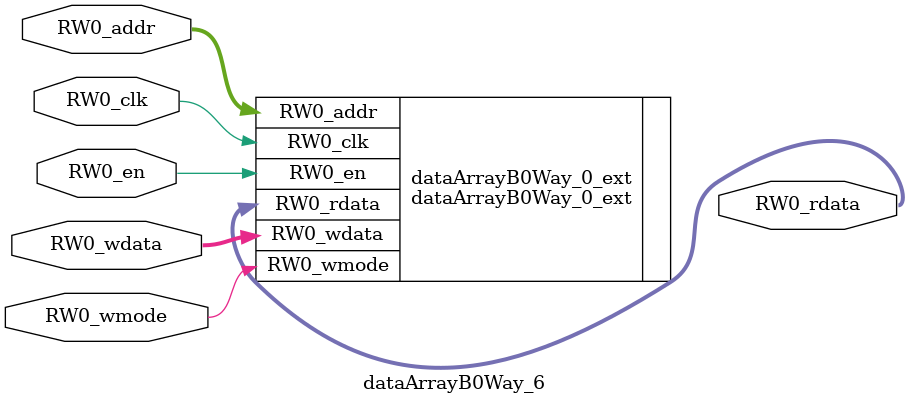
<source format=sv>
`ifndef RANDOMIZE
  `ifdef RANDOMIZE_REG_INIT
    `define RANDOMIZE
  `endif // RANDOMIZE_REG_INIT
`endif // not def RANDOMIZE
`ifndef RANDOMIZE
  `ifdef RANDOMIZE_MEM_INIT
    `define RANDOMIZE
  `endif // RANDOMIZE_MEM_INIT
`endif // not def RANDOMIZE

`ifndef RANDOM
  `define RANDOM $random
`endif // not def RANDOM

// Users can define 'PRINTF_COND' to add an extra gate to prints.
`ifndef PRINTF_COND_
  `ifdef PRINTF_COND
    `define PRINTF_COND_ (`PRINTF_COND)
  `else  // PRINTF_COND
    `define PRINTF_COND_ 1
  `endif // PRINTF_COND
`endif // not def PRINTF_COND_

// Users can define 'ASSERT_VERBOSE_COND' to add an extra gate to assert error printing.
`ifndef ASSERT_VERBOSE_COND_
  `ifdef ASSERT_VERBOSE_COND
    `define ASSERT_VERBOSE_COND_ (`ASSERT_VERBOSE_COND)
  `else  // ASSERT_VERBOSE_COND
    `define ASSERT_VERBOSE_COND_ 1
  `endif // ASSERT_VERBOSE_COND
`endif // not def ASSERT_VERBOSE_COND_

// Users can define 'STOP_COND' to add an extra gate to stop conditions.
`ifndef STOP_COND_
  `ifdef STOP_COND
    `define STOP_COND_ (`STOP_COND)
  `else  // STOP_COND
    `define STOP_COND_ 1
  `endif // STOP_COND
`endif // not def STOP_COND_

// Users can define INIT_RANDOM as general code that gets injected into the
// initializer block for modules with registers.
`ifndef INIT_RANDOM
  `define INIT_RANDOM
`endif // not def INIT_RANDOM

// If using random initialization, you can also define RANDOMIZE_DELAY to
// customize the delay used, otherwise 0.002 is used.
`ifndef RANDOMIZE_DELAY
  `define RANDOMIZE_DELAY 0.002
`endif // not def RANDOMIZE_DELAY

// Define INIT_RANDOM_PROLOG_ for use in our modules below.
`ifndef INIT_RANDOM_PROLOG_
  `ifdef RANDOMIZE
    `ifdef VERILATOR
      `define INIT_RANDOM_PROLOG_ `INIT_RANDOM
    `else  // VERILATOR
      `define INIT_RANDOM_PROLOG_ `INIT_RANDOM #`RANDOMIZE_DELAY begin end
    `endif // VERILATOR
  `else  // RANDOMIZE
    `define INIT_RANDOM_PROLOG_
  `endif // RANDOMIZE
`endif // not def INIT_RANDOM_PROLOG_

module dataArrayB0Way_6(	// @[DescribedSRAM.scala:17:26]
  input  [7:0]  RW0_addr,
  input         RW0_en,
                RW0_clk,
                RW0_wmode,
  input  [63:0] RW0_wdata,
  output [63:0] RW0_rdata
);

  dataArrayB0Way_0_ext dataArrayB0Way_0_ext (	// @[DescribedSRAM.scala:17:26]
    .RW0_addr  (RW0_addr),
    .RW0_en    (RW0_en),
    .RW0_clk   (RW0_clk),
    .RW0_wmode (RW0_wmode),
    .RW0_wdata (RW0_wdata),
    .RW0_rdata (RW0_rdata)
  );
endmodule


</source>
